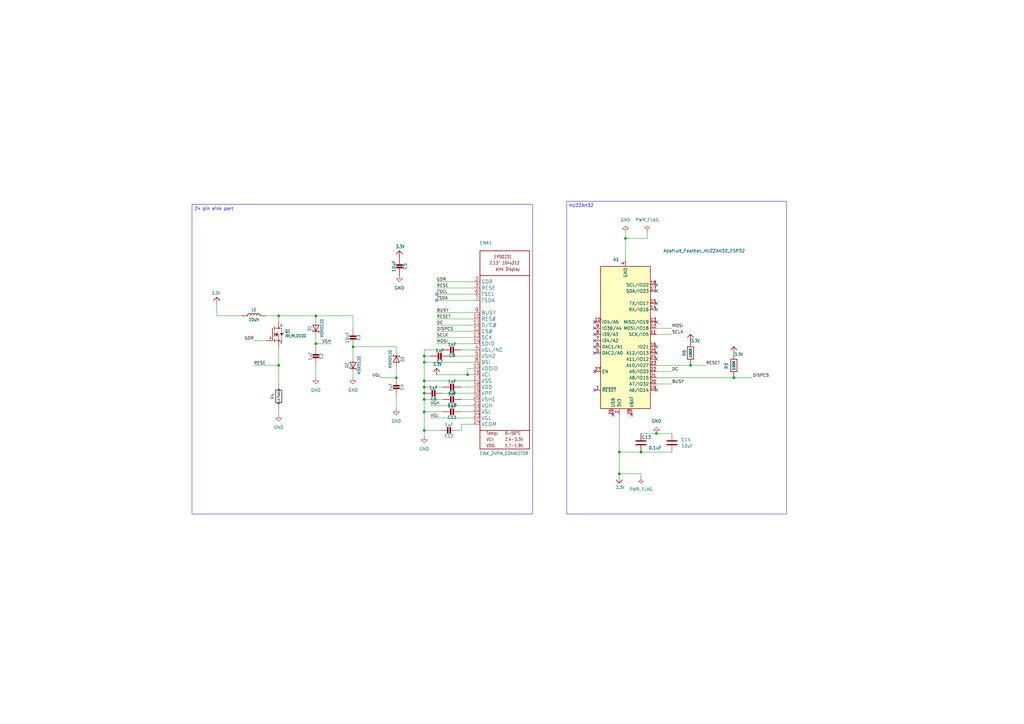
<source format=kicad_sch>
(kicad_sch (version 20250114) (generator "eeschema") (generator_version "9.0")
  (paper "A3")
  (lib_symbols
    (symbol "Adafruit eInk Breakout Friend-eagle-import:3.3V" (power)
      (symbol "3.3V_1_0"
        (polyline (pts (xy -1.27 -1.27) (xy 0 0)) (stroke (width 0.254)))
        (polyline (pts (xy 0 0) (xy 1.27 -1.27)) (stroke (width 0.254)))
        (pin power_in line (at 0 -2.54 90) (length 2.54) (name "3.3V") (number "1"))
      )
    )
    (symbol "Adafruit eInk Breakout Friend-eagle-import:CAP_CERAMIC0805-NOOUTLINE"
      (property "Reference" "C" (at -2.29 1.25 90))
      (symbol "CAP_CERAMIC0805-NOOUTLINE_1_0"
        (rectangle (start -1.27 1.524) (end 1.27 2.032) (fill (type outline)))
        (rectangle (start -1.27 0.508) (end 1.27 1.016) (fill (type outline)))
        (polyline (pts (xy 0 2.54) (xy 0 1.778)) (stroke (width 0.1524)))
        (polyline (pts (xy 0 0.762) (xy 0 0)) (stroke (width 0.1524)))
        (pin passive line (at 0 5.08 270) (length 2.54) (name "1") (number "1"))
        (pin passive line (at 0 -2.54 90) (length 2.54) (name "2") (number "2"))
      )
    )
    (symbol "Adafruit eInk Breakout Friend-eagle-import:DIODE-SCHOTTKYSOD-123"
      (property "Reference" "D" (at 0 2.54 0))
      (symbol "DIODE-SCHOTTKYSOD-123_1_0"
        (polyline (pts (xy -1.27 1.27) (xy -1.27 -1.27)) (stroke (width 0.254)))
        (polyline (pts (xy -1.27 -1.27) (xy 1.27 0)) (stroke (width 0.254)))
        (polyline (pts (xy 1.27 1.27) (xy 0.762 1.27)) (stroke (width 0.254)))
        (polyline (pts (xy 1.27 1.27) (xy 1.27 0)) (stroke (width 0.254)))
        (polyline (pts (xy 1.27 0) (xy -1.27 1.27)) (stroke (width 0.254)))
        (polyline (pts (xy 1.27 0) (xy 1.27 -1.27)) (stroke (width 0.254)))
        (polyline (pts (xy 1.27 -1.27) (xy 1.778 -1.27)) (stroke (width 0.254)))
        (pin passive line (at -2.54 0 0) (length 2.54) (name "A") (number "A"))
        (pin passive line (at 2.54 0 180) (length 2.54) (name "C") (number "C"))
      )
    )
    (symbol "Adafruit eInk Breakout Friend-eagle-import:EINK_24PIN_CONNECTOR"
      (property "Reference" "EINK" (at -10.16 43.18 0))
      (symbol "EINK_24PIN_CONNECTOR_1_0"
        (polyline (pts (xy -10.16 40.64) (xy -10.16 30.48)) (stroke (width 0.254)))
        (polyline (pts (xy -10.16 40.64) (xy 10.16 40.64)) (stroke (width 0.254)))
        (polyline (pts (xy -10.16 30.48) (xy 10.16 30.48)) (stroke (width 0.254)))
        (polyline (pts (xy -10.16 -33.02) (xy -10.16 30.48)) (stroke (width 0.254)))
        (polyline (pts (xy -10.16 -33.02) (xy -10.16 -40.64)) (stroke (width 0.254)))
        (polyline (pts (xy -10.16 -40.64) (xy 10.16 -40.64)) (stroke (width 0.254)))
        (polyline (pts (xy 10.16 40.64) (xy 10.16 30.48)) (stroke (width 0.254)))
        (polyline (pts (xy 10.16 30.48) (xy 10.16 -33.02)) (stroke (width 0.254)))
        (polyline (pts (xy 10.16 -33.02) (xy -10.16 -33.02)) (stroke (width 0.254)))
        (polyline (pts (xy 10.16 -40.64) (xy 10.16 -33.02)) (stroke (width 0.254)))
        (text "Temp:" (at -7.62 -34.925 0) (effects (font (size 1.27 1.0795)) (justify left bottom)))
        (text "VCI:" (at -7.62 -37.465 0) (effects (font (size 1.27 1.0795)) (justify left bottom)))
        (text "VDD:" (at -7.62 -40.005 0) (effects (font (size 1.27 1.0795)) (justify left bottom)))
        (text "2.13\" 104x212" (at -6.35 34.925 0) (effects (font (size 1.27 1.0795)) (justify left bottom)))
        (text "EPD0231" (at -4.445 37.465 0) (effects (font (size 1.27 1.0795)) (justify left bottom)))
        (text "eInk Display" (at -3.81 32.385 0) (effects (font (size 1.27 1.0795)) (justify left bottom)))
        (text "0~~50°C" (at 0 -34.925 0) (effects (font (size 1.27 1.0795)) (justify left bottom)))
        (text "2.4-3.3V" (at 0 -37.465 0) (effects (font (size 1.27 1.0795)) (justify left bottom)))
        (text "1.7-1.9V" (at 0 -40.005 0) (effects (font (size 1.27 1.0795)) (justify left bottom)))
        (pin output line (at -12.7 27.94 0) (length 2.54) (name "GDR") (number "2"))
        (pin input line (at -12.7 25.4 0) (length 2.54) (name "RESE") (number "3"))
        (pin output line (at -12.7 22.86 0) (length 2.54) (name "TSCL") (number "6"))
        (pin bidirectional line (at -12.7 20.32 0) (length 2.54) (name "TSDA") (number "7"))
        (pin output line (at -12.7 15.24 0) (length 2.54) (name "BUSY") (number "9"))
        (pin input line (at -12.7 12.7 0) (length 2.54) (name "RES#") (number "10"))
        (pin input line (at -12.7 10.16 0) (length 2.54) (name "D/C#") (number "11"))
        (pin input line (at -12.7 7.62 0) (length 2.54) (name "CS#") (number "12"))
        (pin bidirectional line (at -12.7 5.08 0) (length 2.54) (name "SCK") (number "13"))
        (pin bidirectional line (at -12.7 2.54 0) (length 2.54) (name "SDIO") (number "14"))
        (pin bidirectional line (at -12.7 0 0) (length 2.54) (name "VGL/NC") (number "4"))
        (pin passive line (at -12.7 -2.54 0) (length 2.54) (name "VSH2") (number "5"))
        (pin input line (at -12.7 -5.08 0) (length 2.54) (name "BSI") (number "8"))
        (pin power_in line (at -12.7 -7.62 0) (length 2.54) (name "VDDIO") (number "15"))
        (pin power_in line (at -12.7 -10.16 0) (length 2.54) (name "VCI") (number "16"))
        (pin power_in line (at -12.7 -12.7 0) (length 2.54) (name "VSS") (number "17"))
        (pin passive line (at -12.7 -15.24 0) (length 2.54) (name "VDD") (number "18"))
        (pin passive line (at -12.7 -17.78 0) (length 2.54) (name "VPP") (number "19"))
        (pin passive line (at -12.7 -20.32 0) (length 2.54) (name "VSH1") (number "20"))
        (pin passive line (at -12.7 -22.86 0) (length 2.54) (name "VGH") (number "21"))
        (pin passive line (at -12.7 -25.4 0) (length 2.54) (name "VSL") (number "22"))
        (pin passive line (at -12.7 -27.94 0) (length 2.54) (name "VGL") (number "23"))
        (pin passive line (at -12.7 -30.48 0) (length 2.54) (name "VCOM") (number "24"))
      )
    )
    (symbol "Adafruit eInk Breakout Friend-eagle-import:INDUCTORNR401"
      (property "Reference" "L" (at 0 2.54 0))
      (symbol "INDUCTORNR401_1_0"
        (polyline (pts (xy -2.54 0.3175) (xy -2.54 0)) (stroke (width 0.254)))
        (arc (start -2.54 0.3175) (mid -1.9049 0.9524) (end -1.27 0.3173) (stroke (width 0.254)))
        (arc (start -1.27 0.3175) (mid -0.6349 0.9524) (end 0 0.3173) (stroke (width 0.254)))
        (arc (start 0 0.3175) (mid 0.6351 0.9524) (end 1.27 0.3173) (stroke (width 0.254)))
        (arc (start 1.27 0.3175) (mid 1.9051 0.9524) (end 2.54 0.3173) (stroke (width 0.254)))
        (polyline (pts (xy 2.54 0.3175) (xy 2.54 0)) (stroke (width 0.254)))
        (pin passive line (at -5.08 0 0) (length 2.54) (name "1") (number "P$1"))
        (pin passive line (at 5.08 0 180) (length 2.54) (name "2") (number "P$2"))
      )
    )
    (symbol "Adafruit eInk Breakout Friend-eagle-import:IRLML2060TRPBF"
      (property "Reference" "Q" (at 5.08 0.635 0))
      (symbol "IRLML2060TRPBF_1_0"
        (polyline (pts (xy 0 2.54) (xy 0 -2.54)) (stroke (width 0.254)))
        (polyline (pts (xy 0.762 3.175) (xy 0.762 2.54)) (stroke (width 0.254)))
        (polyline (pts (xy 0.762 2.54) (xy 0.762 1.905)) (stroke (width 0.254)))
        (polyline (pts (xy 0.762 2.54) (xy 3.81 2.54)) (stroke (width 0.1524)))
        (polyline (pts (xy 0.762 0.762) (xy 0.762 0)) (stroke (width 0.254)))
        (polyline (pts (xy 0.762 0) (xy 0.762 -0.762)) (stroke (width 0.254)))
        (polyline (pts (xy 0.762 0) (xy 2.54 0)) (stroke (width 0.1524)))
        (polyline (pts (xy 0.762 -1.905) (xy 0.762 -2.54)) (stroke (width 0.254)))
        (polyline (pts (xy 0.762 -2.54) (xy 0.762 -3.175)) (stroke (width 0.254)))
        (polyline (pts (xy 1.016 0) (xy 2.032 -0.762) (xy 2.032 0.762)) (stroke (width 0.1524)) (fill (type outline)))
        (circle (center 2.54 2.54) (radius 0.3592))
        (polyline (pts (xy 2.54 0) (xy 2.54 -2.54)) (stroke (width 0.1524)))
        (polyline (pts (xy 2.54 -2.54) (xy 0.762 -2.54)) (stroke (width 0.1524)))
        (polyline (pts (xy 2.54 -2.54) (xy 3.81 -2.54)) (stroke (width 0.1524)))
        (circle (center 2.54 -2.54) (radius 0.3592))
        (polyline (pts (xy 3.302 0.508) (xy 3.048 0.254)) (stroke (width 0.1524)))
        (polyline (pts (xy 3.81 2.54) (xy 3.81 0.508)) (stroke (width 0.1524)))
        (polyline (pts (xy 3.81 0.508) (xy 3.302 0.508)) (stroke (width 0.1524)))
        (polyline (pts (xy 3.81 0.508) (xy 3.81 -2.54)) (stroke (width 0.1524)))
        (polyline (pts (xy 3.81 -0.508) (xy 3.302 0.254) (xy 4.318 0.254)) (stroke (width 0.1524)) (fill (type outline)))
        (polyline (pts (xy 4.318 0.508) (xy 3.81 0.508)) (stroke (width 0.1524)))
        (polyline (pts (xy 4.572 0.762) (xy 4.318 0.508)) (stroke (width 0.1524)))
        (text "G" (at -1.27 -1.905 0) (effects (font (size 0.8128 0.6908)) (justify left bottom)))
        (text "D" (at 3.175 3.175 0) (effects (font (size 0.8128 0.6908)) (justify left bottom)))
        (text "S" (at 3.175 -3.81 0) (effects (font (size 0.8128 0.6908)) (justify left bottom)))
        (pin bidirectional line (at -2.54 -2.54 0) (length 2.54) (name "G") (number "1"))
        (pin bidirectional line (at 2.54 5.08 270) (length 2.54) (name "D") (number "3"))
        (pin bidirectional line (at 2.54 -5.08 90) (length 2.54) (name "S") (number "2"))
      )
    )
    (symbol "Adafruit eInk Breakout Friend-eagle-import:RESISTOR0805_NOOUTLINE"
      (property "Reference" "R" (at 0 2.54 0))
      (symbol "RESISTOR0805_NOOUTLINE_1_0"
        (polyline (pts (xy -2.54 1.27) (xy 2.54 1.27)) (stroke (width 0.254)))
        (polyline (pts (xy -2.54 -1.27) (xy -2.54 1.27)) (stroke (width 0.254)))
        (polyline (pts (xy 2.54 1.27) (xy 2.54 -1.27)) (stroke (width 0.254)))
        (polyline (pts (xy 2.54 -1.27) (xy -2.54 -1.27)) (stroke (width 0.254)))
        (pin passive line (at -5.08 0 0) (length 2.54) (name "1") (number "1"))
        (pin passive line (at 5.08 0 180) (length 2.54) (name "2") (number "2"))
      )
    )
    (symbol "Adafruit eInk Breakout Friend-eagle-import:RESISTOR_0603_NOOUT"
      (property "Reference" "R" (at 0 2.54 0))
      (symbol "RESISTOR_0603_NOOUT_1_0"
        (polyline (pts (xy -2.54 1.27) (xy 2.54 1.27)) (stroke (width 0.254)))
        (polyline (pts (xy -2.54 -1.27) (xy -2.54 1.27)) (stroke (width 0.254)))
        (polyline (pts (xy 2.54 1.27) (xy 2.54 -1.27)) (stroke (width 0.254)))
        (polyline (pts (xy 2.54 -1.27) (xy -2.54 -1.27)) (stroke (width 0.254)))
        (pin passive line (at -5.08 0 0) (length 2.54) (name "1") (number "1"))
        (pin passive line (at 5.08 0 180) (length 2.54) (name "2") (number "2"))
      )
    )
    (symbol "Device:C" (pin_numbers (hide yes)) (pin_names (offset 0.254))
      (property "Reference" "C" (at 0.635 2.54 0))
      (property "Value" "C" (at 0.635 -2.54 0))
      (symbol "C_0_1"
        (polyline (pts (xy -2.032 0.762) (xy 2.032 0.762)) (stroke (width 0.508)))
        (polyline (pts (xy -2.032 -0.762) (xy 2.032 -0.762)) (stroke (width 0.508)))
      )
      (symbol "C_1_1"
        (pin passive line (at 0 3.81 270) (length 2.794) (name "~") (number "1"))
        (pin passive line (at 0 -3.81 90) (length 2.794) (name "~") (number "2"))
      )
    )
    (symbol "MCU_Module:Adafruit_Feather_HUZZAH32_ESP32"
      (property "Reference" "A" (at -10.16 29.21 0))
      (property "Value" "Adafruit_Feather_HUZZAH32_ESP32" (at 2.54 -31.75 0))
      (symbol "Adafruit_Feather_HUZZAH32_ESP32_0_1"
        (rectangle (start -10.16 27.94) (end 10.16 -30.48) (stroke (width 0.254)) (fill (type background)))
      )
      (symbol "Adafruit_Feather_HUZZAH32_ESP32_1_1"
        (pin bidirectional line (at -12.7 20.32 0) (length 2.54) (name "A6/IO14") (number "19"))
        (pin bidirectional line (at -12.7 17.78 0) (length 2.54) (name "A7/IO32") (number "20"))
        (pin bidirectional line (at -12.7 15.24 0) (length 2.54) (name "A8/IO15") (number "21"))
        (pin bidirectional line (at -12.7 12.7 0) (length 2.54) (name "A9/IO33") (number "22"))
        (pin bidirectional line (at -12.7 10.16 0) (length 2.54) (name "A10/IO27") (number "23"))
        (pin bidirectional line (at -12.7 7.62 0) (length 2.54) (name "A11/IO12") (number "24"))
        (pin bidirectional line (at -12.7 5.08 0) (length 2.54) (name "A12/IO13") (number "25"))
        (pin bidirectional line (at -12.7 2.54 0) (length 2.54) (name "IO21") (number "16"))
        (pin bidirectional line (at -12.7 -2.54 0) (length 2.54) (name "SCK/IO5") (number "11"))
        (pin bidirectional line (at -12.7 -5.08 0) (length 2.54) (name "MOSI/IO18") (number "12"))
        (pin bidirectional line (at -12.7 -7.62 0) (length 2.54) (name "MISO/IO19") (number "13"))
        (pin bidirectional line (at -12.7 -12.7 0) (length 2.54) (name "RX/IO16") (number "14"))
        (pin bidirectional line (at -12.7 -15.24 0) (length 2.54) (name "TX/IO17") (number "15"))
        (pin bidirectional line (at -12.7 -20.32 0) (length 2.54) (name "SDA/IO23") (number "17"))
        (pin bidirectional line (at -12.7 -22.86 0) (length 2.54) (name "SCL/IO22") (number "18"))
        (pin power_in line (at -2.54 30.48 270) (length 2.54) (name "VBAT") (number "28"))
        (pin power_in line (at 0 -33.02 90) (length 2.54) (name "GND") (number "4"))
        (pin power_in line (at 2.54 30.48 270) (length 2.54) (name "3V3") (number "2"))
        (pin power_in line (at 5.08 30.48 270) (length 2.54) (name "USB") (number "26"))
        (pin no_connect line (at 10.16 10.16 180) (length 2.54) (hide yes) (name "NC") (number "3"))
        (pin input line (at 12.7 20.32 180) (length 2.54) (name "~{RESET}") (number "1"))
        (pin input line (at 12.7 12.7 180) (length 2.54) (name "EN") (number "27"))
        (pin bidirectional line (at 12.7 5.08 180) (length 2.54) (name "DAC2/A0") (number "5"))
        (pin bidirectional line (at 12.7 2.54 180) (length 2.54) (name "DAC1/A1") (number "6"))
        (pin bidirectional line (at 12.7 0 180) (length 2.54) (name "I34/A2") (number "7"))
        (pin bidirectional line (at 12.7 -2.54 180) (length 2.54) (name "I39/A3") (number "8"))
        (pin bidirectional line (at 12.7 -5.08 180) (length 2.54) (name "IO36/A4") (number "9"))
        (pin bidirectional line (at 12.7 -7.62 180) (length 2.54) (name "IO4/A5") (number "10"))
      )
    )
    (symbol "power:GND" (power) (pin_numbers (hide yes)) (pin_names (offset 0) (hide yes))
      (property "Value" "GND" (at 0 -3.81 0))
      (symbol "GND_0_1"
        (polyline (pts (xy 0 0) (xy 0 -1.27) (xy 1.27 -1.27) (xy 0 -2.54) (xy -1.27 -1.27) (xy 0 -1.27)))
      )
      (symbol "GND_1_1"
        (pin power_in line (at 0 0 270) (length 0) (name "~") (number "1"))
      )
    )
    (symbol "power:PWR_FLAG" (power) (pin_numbers (hide yes)) (pin_names (offset 0) (hide yes))
      (property "Value" "PWR_FLAG" (at 0 3.81 0))
      (symbol "PWR_FLAG_0_0"
        (pin power_out line (at 0 0 90) (length 0) (name "~") (number "1"))
      )
      (symbol "PWR_FLAG_0_1"
        (polyline (pts (xy 0 0) (xy 0 1.27) (xy -1.016 1.905) (xy 0 2.54) (xy 1.016 1.905) (xy 0 1.27)))
      )
    )
  )
  (text_box "24 pin eink port" (at 78.74 83.82 0) (size 139.7 127) (margins 0.9525 0.9525 0.9525 0.9525) (effects (font (size 1.27 1.27)) (justify left top)))
  (text_box "HUZZAH32\n" (at 232.41 82.55 0) (size 90.17 128.27) (margins 0.9525 0.9525 0.9525 0.9525) (effects (font (size 1.27 1.27)) (justify left top)))
  (junction (at 129.54 129.54))
  (junction (at 129.54 140.97))
  (junction (at 173.99 148.59))
  (junction (at 173.99 168.91))
  (junction (at 254 194.31))
  (junction (at 173.99 156.21))
  (junction (at 269.24 177.8))
  (junction (at 173.99 176.53))
  (junction (at 262.89 185.42))
  (junction (at 173.99 161.29))
  (junction (at 173.99 158.75))
  (junction (at 114.3 149.86))
  (junction (at 300.99 154.94))
  (junction (at 173.99 163.83))
  (junction (at 144.78 142.24))
  (junction (at 173.99 146.05))
  (junction (at 162.56 154.94))
  (junction (at 254 185.42))
  (junction (at 114.3 129.54))
  (junction (at 256.54 97.79))
  (junction (at 191.77 153.67))
  (junction (at 283.21 149.86))
  (no_connect (at 243.84 160.02))
  (no_connect (at 243.84 152.4))
  (no_connect (at 269.24 160.02))
  (no_connect (at 269.24 127))
  (no_connect (at 269.24 144.78))
  (no_connect (at 269.24 142.24))
  (no_connect (at 243.84 134.62))
  (no_connect (at 243.84 132.08))
  (no_connect (at 269.24 132.08))
  (no_connect (at 179.07 120.65))
  (no_connect (at 269.24 119.38))
  (no_connect (at 269.24 116.84))
  (no_connect (at 269.24 124.46))
  (no_connect (at 243.84 139.7))
  (no_connect (at 243.84 137.16))
  (no_connect (at 243.84 142.24))
  (no_connect (at 243.84 144.78))
  (no_connect (at 251.46 170.18))
  (no_connect (at 179.07 123.19))
  (no_connect (at 259.08 170.18))
  (no_connect (at 269.24 147.32))
  (wire (pts (xy 194.31 140.97) (xy 179.07 140.97)) (stroke (width 0.1524)))
  (wire (pts (xy 187.96 176.53) (xy 189.23 176.53)) (stroke (width 0.1524)))
  (wire (pts (xy 265.43 97.79) (xy 256.54 97.79)))
  (wire (pts (xy 189.23 163.83) (xy 194.31 163.83)) (stroke (width 0.1524)))
  (wire (pts (xy 173.99 148.59) (xy 173.99 146.05)) (stroke (width 0.1524)))
  (wire (pts (xy 173.99 168.91) (xy 173.99 163.83)) (stroke (width 0.1524)))
  (wire (pts (xy 254 195.58) (xy 254 194.31)))
  (wire (pts (xy 269.24 157.48) (xy 275.59 157.48)))
  (wire (pts (xy 114.3 129.54) (xy 109.22 129.54)) (stroke (width 0.1524)))
  (wire (pts (xy 181.61 163.83) (xy 173.99 163.83)) (stroke (width 0.1524)))
  (wire (pts (xy 191.77 151.13) (xy 191.77 153.67)) (stroke (width 0.1524)))
  (wire (pts (xy 262.89 195.58) (xy 262.89 194.31)))
  (wire (pts (xy 269.24 177.8) (xy 275.59 177.8)))
  (wire (pts (xy 162.56 144.78) (xy 162.56 142.24)) (stroke (width 0.1524)))
  (wire (pts (xy 162.56 154.94) (xy 162.56 149.86)) (stroke (width 0.1524)))
  (wire (pts (xy 144.78 129.54) (xy 144.78 134.62)) (stroke (width 0.1524)))
  (wire (pts (xy 180.34 176.53) (xy 173.99 176.53)) (stroke (width 0.1524)))
  (wire (pts (xy 269.24 154.94) (xy 300.99 154.94)))
  (wire (pts (xy 189.23 168.91) (xy 194.31 168.91)) (stroke (width 0.1524)))
  (wire (pts (xy 265.43 95.25) (xy 265.43 97.79)))
  (wire (pts (xy 173.99 168.91) (xy 173.99 176.53)) (stroke (width 0.1524)))
  (wire (pts (xy 179.07 130.81) (xy 194.31 130.81)))
  (wire (pts (xy 179.07 115.57) (xy 194.31 115.57)))
  (wire (pts (xy 129.54 137.16) (xy 129.54 140.97)) (stroke (width 0.1524)))
  (wire (pts (xy 162.56 167.64) (xy 162.56 162.56)) (stroke (width 0.1524)))
  (wire (pts (xy 173.99 179.07) (xy 173.99 176.53)) (stroke (width 0.1524)))
  (wire (pts (xy 104.14 149.86) (xy 114.3 149.86)) (stroke (width 0.1524)))
  (wire (pts (xy 269.24 152.4) (xy 275.59 152.4)))
  (wire (pts (xy 262.89 185.42) (xy 275.59 185.42)))
  (wire (pts (xy 162.56 142.24) (xy 144.78 142.24)) (stroke (width 0.1524)))
  (wire (pts (xy 194.31 133.35) (xy 179.07 133.35)) (stroke (width 0.1524)))
  (wire (pts (xy 191.77 153.67) (xy 179.07 153.67)) (stroke (width 0.1524)))
  (wire (pts (xy 173.99 146.05) (xy 176.53 146.05)) (stroke (width 0.1524)))
  (wire (pts (xy 194.31 128.27) (xy 179.07 128.27)) (stroke (width 0.1524)))
  (wire (pts (xy 144.78 147.32) (xy 144.78 142.24)) (stroke (width 0.1524)))
  (wire (pts (xy 194.31 161.29) (xy 181.61 161.29)) (stroke (width 0.1524)))
  (wire (pts (xy 300.99 154.94) (xy 308.61 154.94)))
  (wire (pts (xy 173.99 158.75) (xy 173.99 156.21)) (stroke (width 0.1524)))
  (wire (pts (xy 129.54 129.54) (xy 144.78 129.54)) (stroke (width 0.1524)))
  (wire (pts (xy 88.9 124.46) (xy 88.9 129.54)) (stroke (width 0.1524)))
  (wire (pts (xy 194.31 143.51) (xy 189.23 143.51)) (stroke (width 0.1524)))
  (wire (pts (xy 179.07 135.89) (xy 194.31 135.89)) (stroke (width 0.1524)))
  (wire (pts (xy 114.3 170.18) (xy 114.3 167.64)) (stroke (width 0.1524)))
  (wire (pts (xy 176.53 166.37) (xy 194.31 166.37)))
  (wire (pts (xy 194.31 146.05) (xy 184.15 146.05)) (stroke (width 0.1524)))
  (wire (pts (xy 173.99 161.29) (xy 173.99 158.75)) (stroke (width 0.1524)))
  (wire (pts (xy 181.61 168.91) (xy 173.99 168.91)) (stroke (width 0.1524)))
  (wire (pts (xy 191.77 153.67) (xy 194.31 153.67)) (stroke (width 0.1524)))
  (wire (pts (xy 254 185.42) (xy 262.89 185.42)))
  (wire (pts (xy 176.53 171.45) (xy 194.31 171.45)))
  (wire (pts (xy 194.31 158.75) (xy 189.23 158.75)) (stroke (width 0.1524)))
  (wire (pts (xy 269.24 149.86) (xy 283.21 149.86)))
  (wire (pts (xy 179.07 118.11) (xy 194.31 118.11)))
  (wire (pts (xy 262.89 177.8) (xy 269.24 177.8)))
  (wire (pts (xy 144.78 152.4) (xy 144.78 154.94)) (stroke (width 0.1524)))
  (wire (pts (xy 173.99 163.83) (xy 173.99 161.29)) (stroke (width 0.1524)))
  (wire (pts (xy 254 170.18) (xy 254 185.42)))
  (wire (pts (xy 189.23 176.53) (xy 189.23 173.99)) (stroke (width 0.1524)))
  (wire (pts (xy 114.3 132.08) (xy 114.3 129.54)) (stroke (width 0.1524)))
  (wire (pts (xy 256.54 97.79) (xy 256.54 106.68)))
  (wire (pts (xy 194.31 151.13) (xy 191.77 151.13)) (stroke (width 0.1524)))
  (wire (pts (xy 173.99 143.51) (xy 173.99 146.05)) (stroke (width 0.1524)))
  (wire (pts (xy 129.54 129.54) (xy 129.54 132.08)) (stroke (width 0.1524)))
  (wire (pts (xy 129.54 140.97) (xy 135.89 140.97)))
  (wire (pts (xy 269.24 137.16) (xy 275.59 137.16)))
  (wire (pts (xy 189.23 173.99) (xy 194.31 173.99)) (stroke (width 0.1524)))
  (wire (pts (xy 156.21 154.94) (xy 162.56 154.94)) (stroke (width 0.1524)))
  (wire (pts (xy 194.31 156.21) (xy 173.99 156.21)) (stroke (width 0.1524)))
  (wire (pts (xy 129.54 140.97) (xy 129.54 142.24)) (stroke (width 0.1524)))
  (wire (pts (xy 256.54 95.25) (xy 256.54 97.79)))
  (wire (pts (xy 269.24 134.62) (xy 275.59 134.62)))
  (wire (pts (xy 262.89 194.31) (xy 254 194.31)))
  (wire (pts (xy 179.07 120.65) (xy 194.31 120.65)) (stroke (width 0.1524)))
  (wire (pts (xy 129.54 149.86) (xy 129.54 154.94)) (stroke (width 0.1524)))
  (wire (pts (xy 283.21 149.86) (xy 289.56 149.86)))
  (wire (pts (xy 114.3 142.24) (xy 114.3 149.86)) (stroke (width 0.1524)))
  (wire (pts (xy 88.9 129.54) (xy 99.06 129.54)) (stroke (width 0.1524)))
  (wire (pts (xy 181.61 158.75) (xy 173.99 158.75)) (stroke (width 0.1524)))
  (wire (pts (xy 254 185.42) (xy 254 194.31)))
  (wire (pts (xy 114.3 129.54) (xy 129.54 129.54)) (stroke (width 0.1524)))
  (wire (pts (xy 194.31 148.59) (xy 173.99 148.59)) (stroke (width 0.1524)))
  (wire (pts (xy 114.3 149.86) (xy 114.3 157.48)) (stroke (width 0.1524)))
  (wire (pts (xy 194.31 138.43) (xy 179.07 138.43)) (stroke (width 0.1524)))
  (wire (pts (xy 104.14 139.7) (xy 109.22 139.7)))
  (wire (pts (xy 179.07 123.19) (xy 194.31 123.19)) (stroke (width 0.1524)))
  (wire (pts (xy 173.99 156.21) (xy 173.99 148.59)) (stroke (width 0.1524)))
  (wire (pts (xy 181.61 143.51) (xy 173.99 143.51)) (stroke (width 0.1524)))
  (label "DC" (at 179.07 133.35 0) (effects (font (size 1.2446 1.2446))))
  (label "DISPCS" (at 308.61 154.94 0) (effects (font (size 1.2446 1.2446))))
  (label "GDR" (at 179.07 115.57 0) (effects (font (size 1.2446 1.2446))))
  (label "RESE" (at 179.07 118.11 0) (effects (font (size 1.2446 1.2446))))
  (label "MOSI" (at 275.59 134.62 0) (effects (font (size 1.2446 1.2446))))
  (label "DISPCS" (at 179.07 135.89 0) (effects (font (size 1.2446 1.2446))))
  (label "SCLK" (at 179.07 138.43 0) (effects (font (size 1.2446 1.2446))))
  (label "RESET" (at 289.56 149.86 0) (effects (font (size 1.2446 1.2446))))
  (label "VGL" (at 176.53 171.45 0) (effects (font (size 1.2446 1.2446))))
  (label "VGH" (at 176.53 166.37 0) (effects (font (size 1.2446 1.2446))))
  (label "VGH" (at 135.89 140.97 180) (effects (font (size 1.2446 1.2446))))
  (label "MOSI" (at 179.07 140.97 0) (effects (font (size 1.2446 1.2446))))
  (label "RESE" (at 104.14 149.86 0) (effects (font (size 1.2446 1.2446))))
  (label "DC" (at 275.59 152.4 0) (effects (font (size 1.2446 1.2446))))
  (label "BUSY" (at 179.07 128.27 0) (effects (font (size 1.2446 1.2446))))
  (label "RESET" (at 179.07 130.81 0) (effects (font (size 1.2446 1.2446))))
  (label "GDR" (at 104.14 139.7 180) (effects (font (size 1.2446 1.2446))))
  (label "BUSY" (at 275.59 157.48 0) (effects (font (size 1.2446 1.2446))))
  (label "VGL" (at 156.21 154.94 180) (effects (font (size 1.2446 1.2446))))
  (label "SCLK" (at 275.59 137.16 0) (effects (font (size 1.2446 1.2446))))
  (label "TSCL" (at 179.07 120.65 0) (effects (font (size 1.2446 1.2446))))
  (label "TSDA" (at 179.07 123.19 0) (effects (font (size 1.2446 1.2446))))
  (symbol (lib_id "power:PWR_FLAG") (at 265.43 95.25 0) (unit 1)
    (property "Reference" "#FLG02" (effects (hide yes)))
    (property "Value" "PWR_FLAG" (at 265.43 90.17 0))
    (property "Description" "Special symbol for telling ERC where power comes from" (effects (hide yes)))
  )
  (symbol (lib_id "Adafruit eInk Breakout Friend-eagle-import:CAP_CERAMIC0805-NOOUTLINE") (at 129.54 147.32 0) (mirror y) (unit 1)
    (property "Reference" "C2" (at 131.83 146.07 90))
    (property "Value" "1uF" (at 127.24 146.07 90))
    (property "Footprint" "Adafruit eInk Breakout Friend:0805-NO" (effects (hide yes)))
  )
  (symbol (lib_id "Device:C") (at 262.89 181.61 0) (unit 1)
    (property "Reference" "C13" (at 263.144 179.324 0) (effects (justify left)))
    (property "Value" "0.1uF" (at 265.938 183.642 0) (effects (justify left)))
    (property "Footprint" "Adafruit eInk Breakout Friend:0805-NO" (effects (hide yes)))
    (property "Description" "Unpolarized capacitor" (effects (hide yes)))
  )
  (symbol (lib_id "Device:C") (at 275.59 181.61 0) (unit 1)
    (property "Reference" "C14" (at 279.4 180.3399 0) (effects (justify left)))
    (property "Value" "10uF" (at 279.4 182.8799 0) (effects (justify left)))
    (property "Footprint" "Adafruit eInk Breakout Friend:0805-NO" (effects (hide yes)))
    (property "Description" "Unpolarized capacitor" (effects (hide yes)))
  )
  (symbol (lib_id "Adafruit eInk Breakout Friend-eagle-import:3.3V") (at 163.83 102.87 0) (unit 1)
    (property "Reference" "#U$015" (effects (hide yes)))
    (property "Value" "3.3V" (at 162.306 101.854 0) (effects (font (size 1.27 1.0795)) (justify left bottom)))
  )
  (symbol (lib_id "power:GND") (at 129.54 154.94 0) (unit 1)
    (property "Reference" "#PWR08" (effects (hide yes)))
    (property "Value" "GND" (at 129.54 160.02 0))
    (property "Description" "Power symbol creates a global label with name \"GND\" , ground" (effects (hide yes)))
  )
  (symbol (lib_id "Adafruit eInk Breakout Friend-eagle-import:EINK_24PIN_CONNECTOR") (at 207.01 143.51 0) (unit 1)
    (property "Reference" "EINK1" (at 196.85 100.33 0) (effects (font (size 1.27 1.0795)) (justify left bottom)))
    (property "Value" "EINK_24PIN_CONNECTOR" (at 196.85 186.69 0) (effects (font (size 1.27 1.0795)) (justify left bottom)))
    (property "Footprint" "Adafruit eInk Breakout Friend:FPC-SMD_P0.50-24P_XJ-FGS" (effects (hide yes)))
  )
  (symbol (lib_id "power:PWR_FLAG") (at 262.89 195.58 180) (unit 1)
    (property "Reference" "#FLG01" (effects (hide yes)))
    (property "Value" "PWR_FLAG" (at 262.89 200.66 0))
    (property "Description" "Special symbol for telling ERC where power comes from" (effects (hide yes)))
  )
  (symbol (lib_id "Adafruit eInk Breakout Friend-eagle-import:DIODE-SCHOTTKYSOD-123") (at 144.78 149.86 90) (mirror x) (unit 1)
    (property "Reference" "D2" (at 142.24 149.86 0) (effects (font (size 1.27 1.0795))))
    (property "Value" "MBR0530" (at 147.28 149.86 0) (effects (font (size 1.27 1.0795))))
    (property "Footprint" "Adafruit eInk Breakout Friend:SOD-123" (effects (hide yes)))
  )
  (symbol (lib_id "power:GND") (at 162.56 167.64 0) (unit 1)
    (property "Reference" "#PWR06" (effects (hide yes)))
    (property "Value" "GND" (at 162.56 172.72 0))
    (property "Description" "Power symbol creates a global label with name \"GND\" , ground" (effects (hide yes)))
  )
  (symbol (lib_id "power:GND") (at 256.54 95.25 180) (unit 1)
    (property "Reference" "#PWR011" (effects (hide yes)))
    (property "Value" "GND" (at 256.54 90.17 0))
    (property "Description" "Power symbol creates a global label with name \"GND\" , ground" (effects (hide yes)))
  )
  (symbol (lib_id "power:GND") (at 114.3 170.18 0) (unit 1)
    (property "Reference" "#PWR010" (effects (hide yes)))
    (property "Value" "GND" (at 114.3 175.26 0))
    (property "Description" "Power symbol creates a global label with name \"GND\" , ground" (effects (hide yes)))
  )
  (symbol (lib_id "Adafruit eInk Breakout Friend-eagle-import:IRLML2060TRPBF") (at 111.76 137.16 0) (unit 1)
    (property "Reference" "Q1" (at 116.84 136.525 0) (effects (font (size 1.27 1.0795)) (justify left bottom)))
    (property "Value" "IRLML0100" (at 116.84 138.43 0) (effects (font (size 1.27 1.0795)) (justify left bottom)))
    (property "Footprint" "Adafruit eInk Breakout Friend:SOT23-3" (effects (hide yes)))
  )
  (symbol (lib_id "Adafruit eInk Breakout Friend-eagle-import:CAP_CERAMIC0805-NOOUTLINE") (at 162.56 160.02 0) (mirror y) (unit 1)
    (property "Reference" "C4" (at 164.85 158.77 90))
    (property "Value" "1uF" (at 160.26 158.77 90))
    (property "Footprint" "Adafruit eInk Breakout Friend:0805-NO" (effects (hide yes)))
  )
  (symbol (lib_id "Adafruit eInk Breakout Friend-eagle-import:CAP_CERAMIC0805-NOOUTLINE") (at 163.83 107.95 180) (unit 1)
    (property "Reference" "C5" (at 166.12 109.2 90))
    (property "Value" "10uF" (at 161.53 109.2 90))
    (property "Footprint" "Adafruit eInk Breakout Friend:0805-NO" (effects (hide yes)))
  )
  (symbol (lib_id "Adafruit eInk Breakout Friend-eagle-import:CAP_CERAMIC0805-NOOUTLINE") (at 181.61 146.05 90) (unit 1)
    (property "Reference" "C7" (at 180.36 148.34 90))
    (property "Value" "1uF" (at 180.36 143.75 90))
    (property "Footprint" "Adafruit eInk Breakout Friend:0805-NO" (effects (hide yes)))
  )
  (symbol (lib_id "Adafruit eInk Breakout Friend-eagle-import:CAP_CERAMIC0805-NOOUTLINE") (at 185.42 176.53 90) (unit 1)
    (property "Reference" "C12" (at 184.17 178.82 90))
    (property "Value" "1uF" (at 184.17 174.23 90))
    (property "Footprint" "Adafruit eInk Breakout Friend:0805-NO" (effects (hide yes)))
  )
  (symbol (lib_id "Adafruit eInk Breakout Friend-eagle-import:CAP_CERAMIC0805-NOOUTLINE") (at 186.69 143.51 90) (unit 1)
    (property "Reference" "C8" (at 185.44 145.8 90))
    (property "Value" "1uF" (at 185.44 141.21 90))
    (property "Footprint" "Adafruit eInk Breakout Friend:0805-NO" (effects (hide yes)))
  )
  (symbol (lib_id "MCU_Module:Adafruit_Feather_HUZZAH32_ESP32") (at 256.54 139.7 180) (unit 1)
    (property "Reference" "A1" (at 251.46 106.426 0) (effects (justify right)))
    (property "Value" "Adafruit_Feather_HUZZAH32_ESP32" (at 272.034 102.87 0) (effects (justify right)))
    (property "Footprint" "Module:Adafruit_Feather" (effects (hide yes)))
    (property "Datasheet" "https://cdn-learn.adafruit.com/downloads/pdf/adafruit-huzzah32-esp32-feather.pdf" (effects (hide yes)))
    (property "Description" "Microcontroller module with ESP32 MCU" (effects (hide yes)))
  )
  (symbol (lib_id "Adafruit eInk Breakout Friend-eagle-import:RESISTOR0805_NOOUTLINE") (at 114.3 162.56 90) (mirror x) (unit 1)
    (property "Reference" "R4" (at 111.76 162.56 0))
    (property "Value" "0.47ohm" (at 114.3 162.56 0) (effects (font (size 1.016 1.016) (thickness 0.2032) (bold yes))))
    (property "Footprint" "Adafruit eInk Breakout Friend:0805-NO" (effects (hide yes)))
  )
  (symbol (lib_id "Adafruit eInk Breakout Friend-eagle-import:CAP_CERAMIC0805-NOOUTLINE") (at 186.69 168.91 90) (unit 1)
    (property "Reference" "C11" (at 185.44 171.2 90))
    (property "Value" "1uF" (at 185.44 166.61 90))
    (property "Footprint" "Adafruit eInk Breakout Friend:0805-NO" (effects (hide yes)))
  )
  (symbol (lib_id "Adafruit eInk Breakout Friend-eagle-import:3.3V") (at 283.21 137.16 0) (mirror y) (unit 1)
    (property "Reference" "#U$05" (effects (hide yes)))
    (property "Value" "3.3V" (at 287.02 140.462 0) (effects (font (size 1.27 1.0795)) (justify left bottom)))
  )
  (symbol (lib_id "Adafruit eInk Breakout Friend-eagle-import:DIODE-SCHOTTKYSOD-123") (at 129.54 134.62 90) (mirror x) (unit 1)
    (property "Reference" "D1" (at 127 134.62 0) (effects (font (size 1.27 1.0795))))
    (property "Value" "MBR0530" (at 132.04 134.62 0) (effects (font (size 1.27 1.0795))))
    (property "Footprint" "Adafruit eInk Breakout Friend:SOD-123" (effects (hide yes)))
  )
  (symbol (lib_id "Adafruit eInk Breakout Friend-eagle-import:CAP_CERAMIC0805-NOOUTLINE") (at 179.07 161.29 90) (unit 1)
    (property "Reference" "C6" (at 177.82 163.58 90))
    (property "Value" "1uF" (at 177.82 158.99 90))
    (property "Footprint" "Adafruit eInk Breakout Friend:0805-NO" (effects (hide yes)))
  )
  (symbol (lib_id "Adafruit eInk Breakout Friend-eagle-import:INDUCTORNR401") (at 104.14 129.54 0) (mirror y) (unit 1)
    (property "Reference" "L1" (at 104.14 127 0) (effects (font (size 1.27 1.0795))))
    (property "Value" "10uH" (at 104.14 131.08 0) (effects (font (size 1.27 1.0795))))
    (property "Footprint" "Adafruit eInk Breakout Friend:INDUCTOR_4X4MM_NR401" (effects (hide yes)))
  )
  (symbol (lib_id "Adafruit eInk Breakout Friend-eagle-import:DIODE-SCHOTTKYSOD-123") (at 162.56 147.32 270) (mirror x) (unit 1)
    (property "Reference" "D3" (at 165.1 147.32 0) (effects (font (size 1.27 1.0795))))
    (property "Value" "MBR0530" (at 160.06 147.32 0) (effects (font (size 1.27 1.0795))))
    (property "Footprint" "Adafruit eInk Breakout Friend:SOD-123" (effects (hide yes)))
  )
  (symbol (lib_id "Adafruit eInk Breakout Friend-eagle-import:3.3V") (at 88.9 121.92 0) (mirror y) (unit 1)
    (property "Reference" "#U$09" (effects (hide yes)))
    (property "Value" "3.3V" (at 90.424 120.904 0) (effects (font (size 1.27 1.0795)) (justify left bottom)))
  )
  (symbol (lib_id "Adafruit eInk Breakout Friend-eagle-import:CAP_CERAMIC0805-NOOUTLINE") (at 186.69 163.83 90) (unit 1)
    (property "Reference" "C10" (at 185.44 166.12 90))
    (property "Value" "1uF" (at 185.44 161.53 90))
    (property "Footprint" "Adafruit eInk Breakout Friend:0805-NO" (effects (hide yes)))
  )
  (symbol (lib_id "Adafruit eInk Breakout Friend-eagle-import:RESISTOR_0603_NOOUT") (at 283.21 144.78 90) (unit 1)
    (property "Reference" "R6" (at 280.67 144.78 0))
    (property "Value" "100K" (at 283.21 144.78 0) (effects (font (size 1.016 1.016) (thickness 0.2032) (bold yes))))
    (property "Footprint" "Adafruit eInk Breakout Friend:0603-NO" (effects (hide yes)))
  )
  (symbol (lib_id "Adafruit eInk Breakout Friend-eagle-import:CAP_CERAMIC0805-NOOUTLINE") (at 186.69 158.75 90) (unit 1)
    (property "Reference" "C9" (at 185.44 161.04 90))
    (property "Value" "1uF" (at 185.44 156.45 90))
    (property "Footprint" "Adafruit eInk Breakout Friend:0805-NO" (effects (hide yes)))
  )
  (symbol (lib_id "power:GND") (at 173.99 179.07 0) (unit 1)
    (property "Reference" "#PWR04" (effects (hide yes)))
    (property "Value" "GND" (at 173.99 184.15 0))
    (property "Description" "Power symbol creates a global label with name \"GND\" , ground" (effects (hide yes)))
  )
  (symbol (lib_id "Adafruit eInk Breakout Friend-eagle-import:CAP_CERAMIC0805-NOOUTLINE") (at 144.78 139.7 0) (mirror y) (unit 1)
    (property "Reference" "C3" (at 147.07 138.45 90))
    (property "Value" "10uF" (at 142.48 138.45 90))
    (property "Footprint" "Adafruit eInk Breakout Friend:0805-NO" (effects (hide yes)))
  )
  (symbol (lib_id "Adafruit eInk Breakout Friend-eagle-import:3.3V") (at 300.99 142.24 0) (mirror y) (unit 1)
    (property "Reference" "#U$03" (effects (hide yes)))
    (property "Value" "3.3V" (at 304.8 146.05 0) (effects (font (size 1.27 1.0795)) (justify left bottom)))
  )
  (symbol (lib_id "Adafruit eInk Breakout Friend-eagle-import:RESISTOR_0603_NOOUT") (at 300.99 149.86 90) (unit 1)
    (property "Reference" "R3" (at 297.942 150.114 0))
    (property "Value" "100K" (at 300.99 149.86 0) (effects (font (size 1.016 1.016) (thickness 0.2032) (bold yes))))
    (property "Footprint" "Adafruit eInk Breakout Friend:0603-NO" (effects (hide yes)))
  )
  (symbol (lib_id "power:GND") (at 144.78 154.94 0) (unit 1)
    (property "Reference" "#PWR07" (effects (hide yes)))
    (property "Value" "GND" (at 144.78 160.02 0))
    (property "Description" "Power symbol creates a global label with name \"GND\" , ground" (effects (hide yes)))
  )
  (symbol (lib_id "power:GND") (at 163.83 113.03 0) (unit 1)
    (property "Reference" "#PWR05" (effects (hide yes)))
    (property "Value" "GND" (at 163.83 118.11 0))
    (property "Description" "Power symbol creates a global label with name \"GND\" , ground" (effects (hide yes)))
  )
  (symbol (lib_id "Adafruit eInk Breakout Friend-eagle-import:3.3V") (at 179.07 151.13 0) (unit 1)
    (property "Reference" "#U$018" (effects (hide yes)))
    (property "Value" "3.3V" (at 177.546 150.114 0) (effects (font (size 1.27 1.0795)) (justify left bottom)))
  )
  (symbol (lib_id "Adafruit eInk Breakout Friend-eagle-import:3.3V") (at 254 198.12 0) (mirror x) (unit 1)
    (property "Reference" "#U$01" (effects (hide yes)))
    (property "Value" "3.3V" (at 252.476 199.136 0) (effects (font (size 1.27 1.0795)) (justify left bottom)))
  )
  (symbol (lib_id "power:GND") (at 269.24 177.8 180) (unit 1)
    (property "Reference" "#PWR01" (effects (hide yes)))
    (property "Value" "GND" (at 269.24 172.72 0))
    (property "Description" "Power symbol creates a global label with name \"GND\" , ground" (effects (hide yes)))
  )
)
</source>
